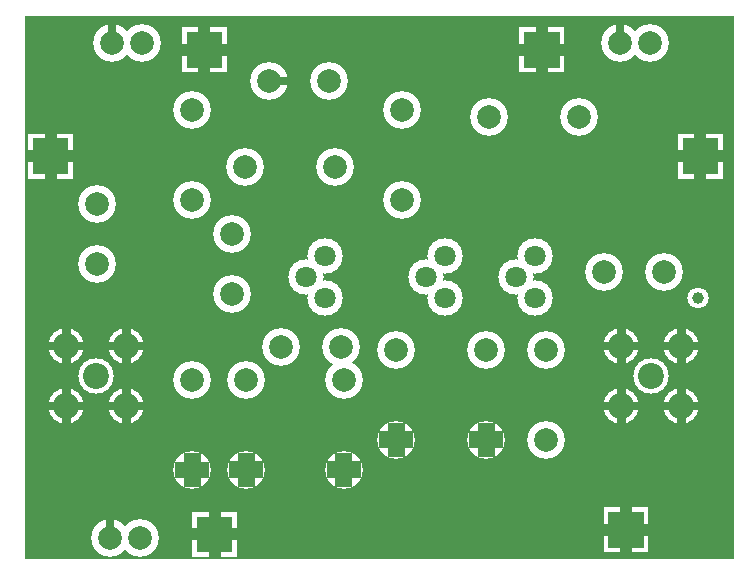
<source format=gbr>
%FSLAX34Y34*%
%MOMM*%
%LNCOPPER_TOP*%
G71*
G01*
%ADD10C,3.200*%
%ADD11C,3.000*%
%ADD12C,3.000*%
%ADD13C,2.800*%
%ADD14C,3.200*%
%ADD15C,1.800*%
%ADD16C,0.667*%
%ADD17C,0.813*%
%ADD18C,0.733*%
%ADD19C,1.380*%
%ADD20C,1.467*%
%ADD21C,1.447*%
%ADD22C,1.000*%
%ADD23C,2.230*%
%ADD24C,2.000*%
%ADD25C,1.800*%
%ADD26C,2.200*%
%ADD27C,2.000*%
%ADD28C,3.000*%
%ADD29C,1.000*%
%LPD*%
G36*
X-12700Y254000D02*
X587300Y254000D01*
X587300Y-206000D01*
X-12700Y-206000D01*
X-12700Y254000D01*
G37*
%LPC*%
X128929Y98375D02*
G54D10*
D03*
X128979Y174625D02*
G54D10*
D03*
X47936Y94975D02*
G54D10*
D03*
X48048Y43994D02*
G54D10*
D03*
X162235Y69575D02*
G54D10*
D03*
X162348Y18594D02*
G54D10*
D03*
X128945Y-130225D02*
G54D10*
D03*
X128995Y-53975D02*
G54D10*
D03*
X249666Y126389D02*
G54D10*
D03*
X173416Y126439D02*
G54D10*
D03*
X174625Y-53975D02*
G54D10*
D03*
X174575Y-130225D02*
G54D10*
D03*
X306729Y98374D02*
G54D10*
D03*
X306778Y174624D02*
G54D10*
D03*
X204060Y-26141D02*
G54D10*
D03*
X301625Y-28575D02*
G54D10*
D03*
X301575Y-104825D02*
G54D10*
D03*
X377825Y-28575D02*
G54D10*
D03*
X377775Y-104825D02*
G54D10*
D03*
X428625Y-28575D02*
G54D10*
D03*
X428575Y-104825D02*
G54D10*
D03*
X528097Y37469D02*
G54D10*
D03*
X477116Y37357D02*
G54D10*
D03*
X456642Y168193D02*
G54D10*
D03*
X380392Y168243D02*
G54D10*
D03*
X490675Y231175D02*
G54D10*
D03*
X516175Y231175D02*
G54D10*
D03*
X58875Y-187925D02*
G54D10*
D03*
X84375Y-187925D02*
G54D10*
D03*
X241300Y50800D02*
G54D11*
D03*
X225400Y33225D02*
G54D11*
D03*
X241335Y15609D02*
G54D11*
D03*
X342900Y50800D02*
G54D11*
D03*
X327000Y33225D02*
G54D11*
D03*
X342935Y15609D02*
G54D11*
D03*
X419100Y50800D02*
G54D11*
D03*
X403200Y33225D02*
G54D11*
D03*
X419135Y15609D02*
G54D11*
D03*
X22200Y-25300D02*
G54D12*
D03*
X73000Y-25300D02*
G54D12*
D03*
X47600Y-50700D02*
G54D12*
D03*
X73000Y-76100D02*
G54D12*
D03*
X22200Y-76100D02*
G54D12*
D03*
X492100Y-25300D02*
G54D12*
D03*
X542900Y-25300D02*
G54D12*
D03*
X517500Y-50700D02*
G54D12*
D03*
X542900Y-76100D02*
G54D12*
D03*
X492100Y-76100D02*
G54D12*
D03*
X193626Y199009D02*
G54D10*
D03*
X244606Y199122D02*
G54D10*
D03*
X128945Y-130225D02*
G54D13*
D03*
X174575Y-130225D02*
G54D13*
D03*
X301575Y-104825D02*
G54D13*
D03*
X377775Y-104825D02*
G54D13*
D03*
G36*
X120073Y244348D02*
X158073Y244348D01*
X158073Y206348D01*
X120073Y206348D01*
X120073Y244348D01*
G37*
G36*
X405823Y244348D02*
X443823Y244348D01*
X443823Y206348D01*
X405823Y206348D01*
X405823Y244348D01*
G37*
G36*
X128803Y-165862D02*
X166803Y-165862D01*
X166803Y-203862D01*
X128803Y-203862D01*
X128803Y-165862D01*
G37*
G36*
X477093Y-162052D02*
X515093Y-162052D01*
X515093Y-200052D01*
X477093Y-200052D01*
X477093Y-162052D01*
G37*
X8890Y228600D02*
G54D14*
D03*
X14290Y-183950D02*
G54D14*
D03*
X558800Y-184150D02*
G54D14*
D03*
X558800Y228600D02*
G54D14*
D03*
X254860Y-26141D02*
G54D10*
D03*
X257175Y-53975D02*
G54D10*
D03*
X257125Y-130225D02*
G54D10*
D03*
X257125Y-130225D02*
G54D13*
D03*
G36*
X-9927Y154348D02*
X28073Y154348D01*
X28073Y116348D01*
X-9927Y116348D01*
X-9927Y154348D01*
G37*
G36*
X540073Y154348D02*
X578073Y154348D01*
X578073Y116348D01*
X540073Y116348D01*
X540073Y154348D01*
G37*
X60675Y231175D02*
G54D10*
D03*
X86175Y231175D02*
G54D10*
D03*
X557400Y15400D02*
G54D15*
D03*
%LPD*%
G54D16*
G36*
X487342Y231175D02*
X487342Y247675D01*
X494008Y247675D01*
X494008Y231175D01*
X487342Y231175D01*
G37*
G54D17*
G54D16*
G36*
X55542Y-187925D02*
X55542Y-171425D01*
X62208Y-171425D01*
X62208Y-187925D01*
X55542Y-187925D01*
G37*
G54D17*
G54D18*
G36*
X18533Y-25300D02*
X18533Y-9800D01*
X25867Y-9800D01*
X25867Y-25300D01*
X18533Y-25300D01*
G37*
G36*
X22200Y-21633D02*
X37700Y-21633D01*
X37700Y-28967D01*
X22200Y-28967D01*
X22200Y-21633D01*
G37*
G36*
X25867Y-25300D02*
X25867Y-40800D01*
X18533Y-40800D01*
X18533Y-25300D01*
X25867Y-25300D01*
G37*
G36*
X22200Y-28967D02*
X6700Y-28967D01*
X6700Y-21633D01*
X22200Y-21633D01*
X22200Y-28967D01*
G37*
G54D18*
G36*
X69333Y-25300D02*
X69333Y-9800D01*
X76667Y-9800D01*
X76667Y-25300D01*
X69333Y-25300D01*
G37*
G36*
X73000Y-21633D02*
X88500Y-21633D01*
X88500Y-28967D01*
X73000Y-28967D01*
X73000Y-21633D01*
G37*
G36*
X76667Y-25300D02*
X76667Y-40800D01*
X69333Y-40800D01*
X69333Y-25300D01*
X76667Y-25300D01*
G37*
G36*
X73000Y-28967D02*
X57500Y-28967D01*
X57500Y-21633D01*
X73000Y-21633D01*
X73000Y-28967D01*
G37*
G54D18*
G36*
X69333Y-76100D02*
X69333Y-60600D01*
X76667Y-60600D01*
X76667Y-76100D01*
X69333Y-76100D01*
G37*
G36*
X73000Y-72433D02*
X88500Y-72433D01*
X88500Y-79767D01*
X73000Y-79767D01*
X73000Y-72433D01*
G37*
G36*
X76667Y-76100D02*
X76667Y-91600D01*
X69333Y-91600D01*
X69333Y-76100D01*
X76667Y-76100D01*
G37*
G36*
X73000Y-79767D02*
X57500Y-79767D01*
X57500Y-72433D01*
X73000Y-72433D01*
X73000Y-79767D01*
G37*
G54D18*
G36*
X18533Y-76100D02*
X18533Y-60600D01*
X25867Y-60600D01*
X25867Y-76100D01*
X18533Y-76100D01*
G37*
G36*
X22200Y-72433D02*
X37700Y-72433D01*
X37700Y-79767D01*
X22200Y-79767D01*
X22200Y-72433D01*
G37*
G36*
X25867Y-76100D02*
X25867Y-91600D01*
X18533Y-91600D01*
X18533Y-76100D01*
X25867Y-76100D01*
G37*
G36*
X22200Y-79767D02*
X6700Y-79767D01*
X6700Y-72433D01*
X22200Y-72433D01*
X22200Y-79767D01*
G37*
G54D18*
G36*
X488433Y-25300D02*
X488433Y-9800D01*
X495767Y-9800D01*
X495767Y-25300D01*
X488433Y-25300D01*
G37*
G36*
X492100Y-21633D02*
X507600Y-21633D01*
X507600Y-28967D01*
X492100Y-28967D01*
X492100Y-21633D01*
G37*
G36*
X495767Y-25300D02*
X495767Y-40800D01*
X488433Y-40800D01*
X488433Y-25300D01*
X495767Y-25300D01*
G37*
G36*
X492100Y-28967D02*
X476600Y-28967D01*
X476600Y-21633D01*
X492100Y-21633D01*
X492100Y-28967D01*
G37*
G54D18*
G36*
X539233Y-25300D02*
X539233Y-9800D01*
X546567Y-9800D01*
X546567Y-25300D01*
X539233Y-25300D01*
G37*
G36*
X542900Y-21633D02*
X558400Y-21633D01*
X558400Y-28967D01*
X542900Y-28967D01*
X542900Y-21633D01*
G37*
G36*
X546567Y-25300D02*
X546567Y-40800D01*
X539233Y-40800D01*
X539233Y-25300D01*
X546567Y-25300D01*
G37*
G36*
X542900Y-28967D02*
X527400Y-28967D01*
X527400Y-21633D01*
X542900Y-21633D01*
X542900Y-28967D01*
G37*
G54D18*
G36*
X539233Y-76100D02*
X539233Y-60600D01*
X546567Y-60600D01*
X546567Y-76100D01*
X539233Y-76100D01*
G37*
G36*
X542900Y-72433D02*
X558400Y-72433D01*
X558400Y-79767D01*
X542900Y-79767D01*
X542900Y-72433D01*
G37*
G36*
X546567Y-76100D02*
X546567Y-91600D01*
X539233Y-91600D01*
X539233Y-76100D01*
X546567Y-76100D01*
G37*
G36*
X542900Y-79767D02*
X527400Y-79767D01*
X527400Y-72433D01*
X542900Y-72433D01*
X542900Y-79767D01*
G37*
G54D18*
G36*
X488433Y-76100D02*
X488433Y-60600D01*
X495767Y-60600D01*
X495767Y-76100D01*
X488433Y-76100D01*
G37*
G36*
X492100Y-72433D02*
X507600Y-72433D01*
X507600Y-79767D01*
X492100Y-79767D01*
X492100Y-72433D01*
G37*
G36*
X495767Y-76100D02*
X495767Y-91600D01*
X488433Y-91600D01*
X488433Y-76100D01*
X495767Y-76100D01*
G37*
G36*
X492100Y-79767D02*
X476600Y-79767D01*
X476600Y-72433D01*
X492100Y-72433D01*
X492100Y-79767D01*
G37*
G54D16*
G36*
X193626Y202343D02*
X210126Y202343D01*
X210126Y195676D01*
X193626Y195676D01*
X193626Y202343D01*
G37*
G54D19*
G36*
X122045Y-130225D02*
X122045Y-115725D01*
X135845Y-115725D01*
X135845Y-130225D01*
X122045Y-130225D01*
G37*
G36*
X128945Y-123325D02*
X143445Y-123325D01*
X143445Y-137125D01*
X128945Y-137125D01*
X128945Y-123325D01*
G37*
G36*
X135845Y-130225D02*
X135845Y-144725D01*
X122045Y-144725D01*
X122045Y-130225D01*
X135845Y-130225D01*
G37*
G36*
X128945Y-137125D02*
X114445Y-137125D01*
X114445Y-123325D01*
X128945Y-123325D01*
X128945Y-137125D01*
G37*
G54D20*
G36*
X167242Y-130225D02*
X167242Y-115725D01*
X181908Y-115725D01*
X181908Y-130225D01*
X167242Y-130225D01*
G37*
G36*
X174575Y-122892D02*
X189075Y-122892D01*
X189075Y-137558D01*
X174575Y-137558D01*
X174575Y-122892D01*
G37*
G36*
X181908Y-130225D02*
X181908Y-144725D01*
X167242Y-144725D01*
X167242Y-130225D01*
X181908Y-130225D01*
G37*
G36*
X174575Y-137558D02*
X160075Y-137558D01*
X160075Y-122892D01*
X174575Y-122892D01*
X174575Y-137558D01*
G37*
G54D21*
G36*
X294342Y-104825D02*
X294342Y-90325D01*
X308808Y-90325D01*
X308808Y-104825D01*
X294342Y-104825D01*
G37*
G36*
X301575Y-97592D02*
X316075Y-97592D01*
X316075Y-112058D01*
X301575Y-112058D01*
X301575Y-97592D01*
G37*
G36*
X308808Y-104825D02*
X308808Y-119325D01*
X294342Y-119325D01*
X294342Y-104825D01*
X308808Y-104825D01*
G37*
G36*
X301575Y-112058D02*
X287075Y-112058D01*
X287075Y-97592D01*
X301575Y-97592D01*
X301575Y-112058D01*
G37*
G54D21*
G36*
X370542Y-104825D02*
X370542Y-90325D01*
X385008Y-90325D01*
X385008Y-104825D01*
X370542Y-104825D01*
G37*
G36*
X377775Y-97592D02*
X392275Y-97592D01*
X392275Y-112058D01*
X377775Y-112058D01*
X377775Y-97592D01*
G37*
G36*
X385008Y-104825D02*
X385008Y-119325D01*
X370542Y-119325D01*
X370542Y-104825D01*
X385008Y-104825D01*
G37*
G36*
X377775Y-112058D02*
X363275Y-112058D01*
X363275Y-97592D01*
X377775Y-97592D01*
X377775Y-112058D01*
G37*
G54D22*
G36*
X134073Y225348D02*
X134073Y244848D01*
X144073Y244848D01*
X144073Y225348D01*
X134073Y225348D01*
G37*
G36*
X139073Y230348D02*
X158573Y230348D01*
X158573Y220348D01*
X139073Y220348D01*
X139073Y230348D01*
G37*
G36*
X144073Y225348D02*
X144073Y205848D01*
X134073Y205848D01*
X134073Y225348D01*
X144073Y225348D01*
G37*
G36*
X139073Y220348D02*
X119573Y220348D01*
X119573Y230348D01*
X139073Y230348D01*
X139073Y220348D01*
G37*
G54D22*
G36*
X419823Y225348D02*
X419823Y244848D01*
X429823Y244848D01*
X429823Y225348D01*
X419823Y225348D01*
G37*
G36*
X424823Y230348D02*
X444323Y230348D01*
X444323Y220348D01*
X424823Y220348D01*
X424823Y230348D01*
G37*
G36*
X429823Y225348D02*
X429823Y205848D01*
X419823Y205848D01*
X419823Y225348D01*
X429823Y225348D01*
G37*
G36*
X424823Y220348D02*
X405323Y220348D01*
X405323Y230348D01*
X424823Y230348D01*
X424823Y220348D01*
G37*
G54D22*
G36*
X142803Y-184862D02*
X142803Y-165362D01*
X152803Y-165362D01*
X152803Y-184862D01*
X142803Y-184862D01*
G37*
G36*
X147803Y-179862D02*
X167303Y-179862D01*
X167303Y-189862D01*
X147803Y-189862D01*
X147803Y-179862D01*
G37*
G36*
X152803Y-184862D02*
X152803Y-204362D01*
X142803Y-204362D01*
X142803Y-184862D01*
X152803Y-184862D01*
G37*
G36*
X147803Y-189862D02*
X128303Y-189862D01*
X128303Y-179862D01*
X147803Y-179862D01*
X147803Y-189862D01*
G37*
G54D22*
G36*
X491093Y-181052D02*
X491093Y-161552D01*
X501093Y-161552D01*
X501093Y-181052D01*
X491093Y-181052D01*
G37*
G36*
X496093Y-176052D02*
X515593Y-176052D01*
X515593Y-186052D01*
X496093Y-186052D01*
X496093Y-176052D01*
G37*
G36*
X501093Y-181052D02*
X501093Y-200552D01*
X491093Y-200552D01*
X491093Y-181052D01*
X501093Y-181052D01*
G37*
G36*
X496093Y-186052D02*
X476593Y-186052D01*
X476593Y-176052D01*
X496093Y-176052D01*
X496093Y-186052D01*
G37*
G54D23*
G36*
X8890Y239750D02*
X25390Y239750D01*
X25390Y217450D01*
X8890Y217450D01*
X8890Y239750D01*
G37*
G36*
X20040Y228600D02*
X20040Y212100D01*
X-2260Y212100D01*
X-2260Y228600D01*
X20040Y228600D01*
G37*
G36*
X8890Y217450D02*
X-7610Y217450D01*
X-7610Y239750D01*
X8890Y239750D01*
X8890Y217450D01*
G37*
G36*
X-2260Y228600D02*
X-2260Y245100D01*
X20040Y245100D01*
X20040Y228600D01*
X-2260Y228600D01*
G37*
G54D23*
G36*
X14290Y-172800D02*
X30790Y-172800D01*
X30790Y-195100D01*
X14290Y-195100D01*
X14290Y-172800D01*
G37*
G36*
X25440Y-183950D02*
X25440Y-200450D01*
X3140Y-200450D01*
X3140Y-183950D01*
X25440Y-183950D01*
G37*
G36*
X14290Y-195100D02*
X-2210Y-195100D01*
X-2210Y-172800D01*
X14290Y-172800D01*
X14290Y-195100D01*
G37*
G36*
X3140Y-183950D02*
X3140Y-167450D01*
X25440Y-167450D01*
X25440Y-183950D01*
X3140Y-183950D01*
G37*
G54D23*
G36*
X558800Y-173000D02*
X575300Y-173000D01*
X575300Y-195300D01*
X558800Y-195300D01*
X558800Y-173000D01*
G37*
G36*
X569950Y-184150D02*
X569950Y-200650D01*
X547650Y-200650D01*
X547650Y-184150D01*
X569950Y-184150D01*
G37*
G36*
X558800Y-195300D02*
X542300Y-195300D01*
X542300Y-173000D01*
X558800Y-173000D01*
X558800Y-195300D01*
G37*
G36*
X547650Y-184150D02*
X547650Y-167650D01*
X569950Y-167650D01*
X569950Y-184150D01*
X547650Y-184150D01*
G37*
G54D23*
G36*
X558800Y239750D02*
X575300Y239750D01*
X575300Y217450D01*
X558800Y217450D01*
X558800Y239750D01*
G37*
G36*
X569950Y228600D02*
X569950Y212100D01*
X547650Y212100D01*
X547650Y228600D01*
X569950Y228600D01*
G37*
G36*
X558800Y217450D02*
X542300Y217450D01*
X542300Y239750D01*
X558800Y239750D01*
X558800Y217450D01*
G37*
G36*
X547650Y228600D02*
X547650Y245100D01*
X569950Y245100D01*
X569950Y228600D01*
X547650Y228600D01*
G37*
G54D20*
G36*
X249792Y-130225D02*
X249792Y-115725D01*
X264458Y-115725D01*
X264458Y-130225D01*
X249792Y-130225D01*
G37*
G36*
X257125Y-122892D02*
X271625Y-122892D01*
X271625Y-137558D01*
X257125Y-137558D01*
X257125Y-122892D01*
G37*
G36*
X264458Y-130225D02*
X264458Y-144725D01*
X249792Y-144725D01*
X249792Y-130225D01*
X264458Y-130225D01*
G37*
G36*
X257125Y-137558D02*
X242625Y-137558D01*
X242625Y-122892D01*
X257125Y-122892D01*
X257125Y-137558D01*
G37*
G54D22*
G36*
X4073Y135348D02*
X4073Y154848D01*
X14073Y154848D01*
X14073Y135348D01*
X4073Y135348D01*
G37*
G36*
X9073Y140348D02*
X28573Y140348D01*
X28573Y130348D01*
X9073Y130348D01*
X9073Y140348D01*
G37*
G36*
X14073Y135348D02*
X14073Y115848D01*
X4073Y115848D01*
X4073Y135348D01*
X14073Y135348D01*
G37*
G36*
X9073Y130348D02*
X-10427Y130348D01*
X-10427Y140348D01*
X9073Y140348D01*
X9073Y130348D01*
G37*
G54D22*
G36*
X554073Y135348D02*
X554073Y154848D01*
X564073Y154848D01*
X564073Y135348D01*
X554073Y135348D01*
G37*
G36*
X559073Y140348D02*
X578573Y140348D01*
X578573Y130348D01*
X559073Y130348D01*
X559073Y140348D01*
G37*
G36*
X564073Y135348D02*
X564073Y115848D01*
X554073Y115848D01*
X554073Y135348D01*
X564073Y135348D01*
G37*
G36*
X559073Y130348D02*
X539573Y130348D01*
X539573Y140348D01*
X559073Y140348D01*
X559073Y130348D01*
G37*
G54D16*
G36*
X57342Y231175D02*
X57342Y247675D01*
X64008Y247675D01*
X64008Y231175D01*
X57342Y231175D01*
G37*
G54D17*
X128929Y98375D02*
G54D24*
D03*
X128979Y174625D02*
G54D24*
D03*
X47936Y94975D02*
G54D24*
D03*
X48048Y43994D02*
G54D24*
D03*
X162235Y69575D02*
G54D24*
D03*
X162348Y18594D02*
G54D24*
D03*
X128945Y-130225D02*
G54D24*
D03*
X128995Y-53975D02*
G54D24*
D03*
X249666Y126389D02*
G54D24*
D03*
X173416Y126439D02*
G54D24*
D03*
X174625Y-53975D02*
G54D24*
D03*
X174575Y-130225D02*
G54D24*
D03*
X306729Y98374D02*
G54D24*
D03*
X306778Y174624D02*
G54D24*
D03*
X204060Y-26141D02*
G54D24*
D03*
X301625Y-28575D02*
G54D24*
D03*
X301575Y-104825D02*
G54D24*
D03*
X377825Y-28575D02*
G54D24*
D03*
X377775Y-104825D02*
G54D24*
D03*
X428625Y-28575D02*
G54D24*
D03*
X428575Y-104825D02*
G54D24*
D03*
X528097Y37469D02*
G54D24*
D03*
X477116Y37357D02*
G54D24*
D03*
X456642Y168193D02*
G54D24*
D03*
X380392Y168243D02*
G54D24*
D03*
X490675Y231175D02*
G54D24*
D03*
X516175Y231175D02*
G54D24*
D03*
X58875Y-187925D02*
G54D24*
D03*
X84375Y-187925D02*
G54D24*
D03*
X241300Y50800D02*
G54D25*
D03*
X225400Y33225D02*
G54D25*
D03*
X241335Y15609D02*
G54D25*
D03*
X342900Y50800D02*
G54D25*
D03*
X327000Y33225D02*
G54D25*
D03*
X342935Y15609D02*
G54D25*
D03*
X419100Y50800D02*
G54D25*
D03*
X403200Y33225D02*
G54D25*
D03*
X419135Y15609D02*
G54D25*
D03*
X22200Y-25300D02*
G54D26*
D03*
X73000Y-25300D02*
G54D26*
D03*
X47600Y-50700D02*
G54D26*
D03*
X73000Y-76100D02*
G54D26*
D03*
X22200Y-76100D02*
G54D26*
D03*
X492100Y-25300D02*
G54D26*
D03*
X542900Y-25300D02*
G54D26*
D03*
X517500Y-50700D02*
G54D26*
D03*
X542900Y-76100D02*
G54D26*
D03*
X492100Y-76100D02*
G54D26*
D03*
X193626Y199009D02*
G54D24*
D03*
X244606Y199122D02*
G54D24*
D03*
X128945Y-130225D02*
G54D27*
D03*
X174575Y-130225D02*
G54D27*
D03*
X301575Y-104825D02*
G54D27*
D03*
X377775Y-104825D02*
G54D27*
D03*
G36*
X124073Y240348D02*
X154073Y240348D01*
X154073Y210348D01*
X124073Y210348D01*
X124073Y240348D01*
G37*
G36*
X409823Y240348D02*
X439823Y240348D01*
X439823Y210348D01*
X409823Y210348D01*
X409823Y240348D01*
G37*
G36*
X132803Y-169862D02*
X162803Y-169862D01*
X162803Y-199862D01*
X132803Y-199862D01*
X132803Y-169862D01*
G37*
G36*
X481093Y-166052D02*
X511093Y-166052D01*
X511093Y-196052D01*
X481093Y-196052D01*
X481093Y-166052D01*
G37*
X8890Y228600D02*
G54D28*
D03*
X14290Y-183950D02*
G54D28*
D03*
X558800Y-184150D02*
G54D28*
D03*
X558800Y228600D02*
G54D28*
D03*
X254860Y-26141D02*
G54D24*
D03*
X257175Y-53975D02*
G54D24*
D03*
X257125Y-130225D02*
G54D24*
D03*
X257125Y-130225D02*
G54D27*
D03*
G36*
X-5927Y150348D02*
X24073Y150348D01*
X24073Y120348D01*
X-5927Y120348D01*
X-5927Y150348D01*
G37*
G36*
X544073Y150348D02*
X574073Y150348D01*
X574073Y120348D01*
X544073Y120348D01*
X544073Y150348D01*
G37*
X60675Y231175D02*
G54D24*
D03*
X86175Y231175D02*
G54D24*
D03*
X557400Y15400D02*
G54D29*
D03*
M02*

</source>
